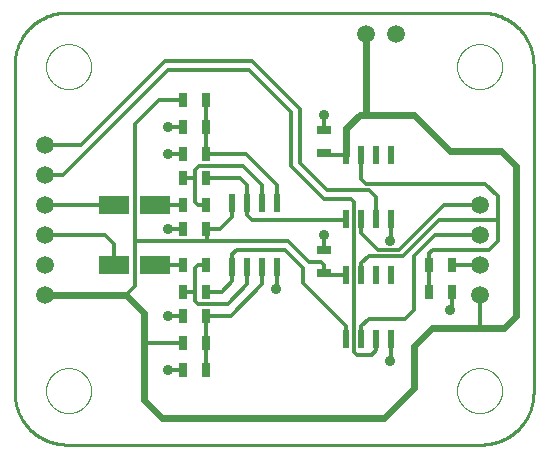
<source format=gtl>
G75*
%MOIN*%
%OFA0B0*%
%FSLAX25Y25*%
%IPPOS*%
%LPD*%
%AMOC8*
5,1,8,0,0,1.08239X$1,22.5*
%
%ADD10C,0.01000*%
%ADD11R,0.09843X0.06299*%
%ADD12R,0.02756X0.05118*%
%ADD13R,0.05118X0.02756*%
%ADD14C,0.00000*%
%ADD15C,0.05906*%
%ADD16R,0.02165X0.05906*%
%ADD17C,0.01200*%
%ADD18C,0.02400*%
%ADD19C,0.03562*%
D10*
X0019300Y0001800D02*
X0157300Y0001800D01*
X0157723Y0001805D01*
X0158145Y0001820D01*
X0158568Y0001846D01*
X0158989Y0001882D01*
X0159409Y0001928D01*
X0159829Y0001984D01*
X0160246Y0002050D01*
X0160662Y0002126D01*
X0161076Y0002212D01*
X0161488Y0002309D01*
X0161897Y0002415D01*
X0162304Y0002531D01*
X0162708Y0002657D01*
X0163108Y0002792D01*
X0163506Y0002937D01*
X0163899Y0003092D01*
X0164289Y0003256D01*
X0164675Y0003430D01*
X0165056Y0003613D01*
X0165433Y0003805D01*
X0165805Y0004006D01*
X0166172Y0004216D01*
X0166534Y0004434D01*
X0166890Y0004662D01*
X0167241Y0004898D01*
X0167586Y0005142D01*
X0167925Y0005395D01*
X0168258Y0005656D01*
X0168585Y0005924D01*
X0168905Y0006201D01*
X0169218Y0006485D01*
X0169524Y0006777D01*
X0169823Y0007076D01*
X0170115Y0007382D01*
X0170399Y0007695D01*
X0170676Y0008015D01*
X0170944Y0008342D01*
X0171205Y0008675D01*
X0171458Y0009014D01*
X0171702Y0009359D01*
X0171938Y0009710D01*
X0172166Y0010066D01*
X0172384Y0010428D01*
X0172594Y0010795D01*
X0172795Y0011167D01*
X0172987Y0011544D01*
X0173170Y0011925D01*
X0173344Y0012311D01*
X0173508Y0012701D01*
X0173663Y0013094D01*
X0173808Y0013492D01*
X0173943Y0013892D01*
X0174069Y0014296D01*
X0174185Y0014703D01*
X0174291Y0015112D01*
X0174388Y0015524D01*
X0174474Y0015938D01*
X0174550Y0016354D01*
X0174616Y0016771D01*
X0174672Y0017191D01*
X0174718Y0017611D01*
X0174754Y0018032D01*
X0174780Y0018455D01*
X0174795Y0018877D01*
X0174800Y0019300D01*
X0174800Y0128300D01*
X0174795Y0128723D01*
X0174780Y0129145D01*
X0174754Y0129568D01*
X0174718Y0129989D01*
X0174672Y0130409D01*
X0174616Y0130829D01*
X0174550Y0131246D01*
X0174474Y0131662D01*
X0174388Y0132076D01*
X0174291Y0132488D01*
X0174185Y0132897D01*
X0174069Y0133304D01*
X0173943Y0133708D01*
X0173808Y0134108D01*
X0173663Y0134506D01*
X0173508Y0134899D01*
X0173344Y0135289D01*
X0173170Y0135675D01*
X0172987Y0136056D01*
X0172795Y0136433D01*
X0172594Y0136805D01*
X0172384Y0137172D01*
X0172166Y0137534D01*
X0171938Y0137890D01*
X0171702Y0138241D01*
X0171458Y0138586D01*
X0171205Y0138925D01*
X0170944Y0139258D01*
X0170676Y0139585D01*
X0170399Y0139905D01*
X0170115Y0140218D01*
X0169823Y0140524D01*
X0169524Y0140823D01*
X0169218Y0141115D01*
X0168905Y0141399D01*
X0168585Y0141676D01*
X0168258Y0141944D01*
X0167925Y0142205D01*
X0167586Y0142458D01*
X0167241Y0142702D01*
X0166890Y0142938D01*
X0166534Y0143166D01*
X0166172Y0143384D01*
X0165805Y0143594D01*
X0165433Y0143795D01*
X0165056Y0143987D01*
X0164675Y0144170D01*
X0164289Y0144344D01*
X0163899Y0144508D01*
X0163506Y0144663D01*
X0163108Y0144808D01*
X0162708Y0144943D01*
X0162304Y0145069D01*
X0161897Y0145185D01*
X0161488Y0145291D01*
X0161076Y0145388D01*
X0160662Y0145474D01*
X0160246Y0145550D01*
X0159829Y0145616D01*
X0159409Y0145672D01*
X0158989Y0145718D01*
X0158568Y0145754D01*
X0158145Y0145780D01*
X0157723Y0145795D01*
X0157300Y0145800D01*
X0019300Y0145800D01*
X0018877Y0145795D01*
X0018455Y0145780D01*
X0018032Y0145754D01*
X0017611Y0145718D01*
X0017191Y0145672D01*
X0016771Y0145616D01*
X0016354Y0145550D01*
X0015938Y0145474D01*
X0015524Y0145388D01*
X0015112Y0145291D01*
X0014703Y0145185D01*
X0014296Y0145069D01*
X0013892Y0144943D01*
X0013492Y0144808D01*
X0013094Y0144663D01*
X0012701Y0144508D01*
X0012311Y0144344D01*
X0011925Y0144170D01*
X0011544Y0143987D01*
X0011167Y0143795D01*
X0010795Y0143594D01*
X0010428Y0143384D01*
X0010066Y0143166D01*
X0009710Y0142938D01*
X0009359Y0142702D01*
X0009014Y0142458D01*
X0008675Y0142205D01*
X0008342Y0141944D01*
X0008015Y0141676D01*
X0007695Y0141399D01*
X0007382Y0141115D01*
X0007076Y0140823D01*
X0006777Y0140524D01*
X0006485Y0140218D01*
X0006201Y0139905D01*
X0005924Y0139585D01*
X0005656Y0139258D01*
X0005395Y0138925D01*
X0005142Y0138586D01*
X0004898Y0138241D01*
X0004662Y0137890D01*
X0004434Y0137534D01*
X0004216Y0137172D01*
X0004006Y0136805D01*
X0003805Y0136433D01*
X0003613Y0136056D01*
X0003430Y0135675D01*
X0003256Y0135289D01*
X0003092Y0134899D01*
X0002937Y0134506D01*
X0002792Y0134108D01*
X0002657Y0133708D01*
X0002531Y0133304D01*
X0002415Y0132897D01*
X0002309Y0132488D01*
X0002212Y0132076D01*
X0002126Y0131662D01*
X0002050Y0131246D01*
X0001984Y0130829D01*
X0001928Y0130409D01*
X0001882Y0129989D01*
X0001846Y0129568D01*
X0001820Y0129145D01*
X0001805Y0128723D01*
X0001800Y0128300D01*
X0001800Y0019300D01*
X0001805Y0018877D01*
X0001820Y0018455D01*
X0001846Y0018032D01*
X0001882Y0017611D01*
X0001928Y0017191D01*
X0001984Y0016771D01*
X0002050Y0016354D01*
X0002126Y0015938D01*
X0002212Y0015524D01*
X0002309Y0015112D01*
X0002415Y0014703D01*
X0002531Y0014296D01*
X0002657Y0013892D01*
X0002792Y0013492D01*
X0002937Y0013094D01*
X0003092Y0012701D01*
X0003256Y0012311D01*
X0003430Y0011925D01*
X0003613Y0011544D01*
X0003805Y0011167D01*
X0004006Y0010795D01*
X0004216Y0010428D01*
X0004434Y0010066D01*
X0004662Y0009710D01*
X0004898Y0009359D01*
X0005142Y0009014D01*
X0005395Y0008675D01*
X0005656Y0008342D01*
X0005924Y0008015D01*
X0006201Y0007695D01*
X0006485Y0007382D01*
X0006777Y0007076D01*
X0007076Y0006777D01*
X0007382Y0006485D01*
X0007695Y0006201D01*
X0008015Y0005924D01*
X0008342Y0005656D01*
X0008675Y0005395D01*
X0009014Y0005142D01*
X0009359Y0004898D01*
X0009710Y0004662D01*
X0010066Y0004434D01*
X0010428Y0004216D01*
X0010795Y0004006D01*
X0011167Y0003805D01*
X0011544Y0003613D01*
X0011925Y0003430D01*
X0012311Y0003256D01*
X0012701Y0003092D01*
X0013094Y0002937D01*
X0013492Y0002792D01*
X0013892Y0002657D01*
X0014296Y0002531D01*
X0014703Y0002415D01*
X0015112Y0002309D01*
X0015524Y0002212D01*
X0015938Y0002126D01*
X0016354Y0002050D01*
X0016771Y0001984D01*
X0017191Y0001928D01*
X0017611Y0001882D01*
X0018032Y0001846D01*
X0018455Y0001820D01*
X0018877Y0001805D01*
X0019300Y0001800D01*
D11*
X0034910Y0061800D03*
X0048690Y0061800D03*
X0048690Y0081800D03*
X0034910Y0081800D03*
D12*
X0058060Y0081800D03*
X0065540Y0081800D03*
X0065540Y0073800D03*
X0058060Y0073800D03*
X0058060Y0061800D03*
X0065540Y0061800D03*
X0065540Y0052800D03*
X0058060Y0052800D03*
X0058060Y0044800D03*
X0065540Y0044800D03*
X0065540Y0035800D03*
X0058060Y0035800D03*
X0058060Y0026800D03*
X0065540Y0026800D03*
X0140060Y0052800D03*
X0147540Y0052800D03*
X0147540Y0061800D03*
X0140060Y0061800D03*
X0065540Y0090800D03*
X0058060Y0090800D03*
X0058060Y0098800D03*
X0065540Y0098800D03*
X0065540Y0107800D03*
X0058060Y0107800D03*
X0058060Y0116800D03*
X0065540Y0116800D03*
D13*
X0104800Y0106540D03*
X0104800Y0099060D03*
X0104800Y0066540D03*
X0104800Y0059060D03*
D14*
X0149300Y0019800D02*
X0149302Y0019984D01*
X0149309Y0020168D01*
X0149320Y0020352D01*
X0149336Y0020535D01*
X0149356Y0020718D01*
X0149381Y0020900D01*
X0149410Y0021082D01*
X0149444Y0021263D01*
X0149482Y0021443D01*
X0149525Y0021622D01*
X0149572Y0021800D01*
X0149623Y0021977D01*
X0149679Y0022153D01*
X0149738Y0022327D01*
X0149803Y0022499D01*
X0149871Y0022670D01*
X0149943Y0022839D01*
X0150020Y0023007D01*
X0150101Y0023172D01*
X0150186Y0023335D01*
X0150274Y0023497D01*
X0150367Y0023656D01*
X0150464Y0023812D01*
X0150564Y0023967D01*
X0150668Y0024119D01*
X0150776Y0024268D01*
X0150887Y0024414D01*
X0151002Y0024558D01*
X0151121Y0024699D01*
X0151243Y0024837D01*
X0151368Y0024972D01*
X0151497Y0025103D01*
X0151628Y0025232D01*
X0151763Y0025357D01*
X0151901Y0025479D01*
X0152042Y0025598D01*
X0152186Y0025713D01*
X0152332Y0025824D01*
X0152481Y0025932D01*
X0152633Y0026036D01*
X0152788Y0026136D01*
X0152944Y0026233D01*
X0153103Y0026326D01*
X0153265Y0026414D01*
X0153428Y0026499D01*
X0153593Y0026580D01*
X0153761Y0026657D01*
X0153930Y0026729D01*
X0154101Y0026797D01*
X0154273Y0026862D01*
X0154447Y0026921D01*
X0154623Y0026977D01*
X0154800Y0027028D01*
X0154978Y0027075D01*
X0155157Y0027118D01*
X0155337Y0027156D01*
X0155518Y0027190D01*
X0155700Y0027219D01*
X0155882Y0027244D01*
X0156065Y0027264D01*
X0156248Y0027280D01*
X0156432Y0027291D01*
X0156616Y0027298D01*
X0156800Y0027300D01*
X0156984Y0027298D01*
X0157168Y0027291D01*
X0157352Y0027280D01*
X0157535Y0027264D01*
X0157718Y0027244D01*
X0157900Y0027219D01*
X0158082Y0027190D01*
X0158263Y0027156D01*
X0158443Y0027118D01*
X0158622Y0027075D01*
X0158800Y0027028D01*
X0158977Y0026977D01*
X0159153Y0026921D01*
X0159327Y0026862D01*
X0159499Y0026797D01*
X0159670Y0026729D01*
X0159839Y0026657D01*
X0160007Y0026580D01*
X0160172Y0026499D01*
X0160335Y0026414D01*
X0160497Y0026326D01*
X0160656Y0026233D01*
X0160812Y0026136D01*
X0160967Y0026036D01*
X0161119Y0025932D01*
X0161268Y0025824D01*
X0161414Y0025713D01*
X0161558Y0025598D01*
X0161699Y0025479D01*
X0161837Y0025357D01*
X0161972Y0025232D01*
X0162103Y0025103D01*
X0162232Y0024972D01*
X0162357Y0024837D01*
X0162479Y0024699D01*
X0162598Y0024558D01*
X0162713Y0024414D01*
X0162824Y0024268D01*
X0162932Y0024119D01*
X0163036Y0023967D01*
X0163136Y0023812D01*
X0163233Y0023656D01*
X0163326Y0023497D01*
X0163414Y0023335D01*
X0163499Y0023172D01*
X0163580Y0023007D01*
X0163657Y0022839D01*
X0163729Y0022670D01*
X0163797Y0022499D01*
X0163862Y0022327D01*
X0163921Y0022153D01*
X0163977Y0021977D01*
X0164028Y0021800D01*
X0164075Y0021622D01*
X0164118Y0021443D01*
X0164156Y0021263D01*
X0164190Y0021082D01*
X0164219Y0020900D01*
X0164244Y0020718D01*
X0164264Y0020535D01*
X0164280Y0020352D01*
X0164291Y0020168D01*
X0164298Y0019984D01*
X0164300Y0019800D01*
X0164298Y0019616D01*
X0164291Y0019432D01*
X0164280Y0019248D01*
X0164264Y0019065D01*
X0164244Y0018882D01*
X0164219Y0018700D01*
X0164190Y0018518D01*
X0164156Y0018337D01*
X0164118Y0018157D01*
X0164075Y0017978D01*
X0164028Y0017800D01*
X0163977Y0017623D01*
X0163921Y0017447D01*
X0163862Y0017273D01*
X0163797Y0017101D01*
X0163729Y0016930D01*
X0163657Y0016761D01*
X0163580Y0016593D01*
X0163499Y0016428D01*
X0163414Y0016265D01*
X0163326Y0016103D01*
X0163233Y0015944D01*
X0163136Y0015788D01*
X0163036Y0015633D01*
X0162932Y0015481D01*
X0162824Y0015332D01*
X0162713Y0015186D01*
X0162598Y0015042D01*
X0162479Y0014901D01*
X0162357Y0014763D01*
X0162232Y0014628D01*
X0162103Y0014497D01*
X0161972Y0014368D01*
X0161837Y0014243D01*
X0161699Y0014121D01*
X0161558Y0014002D01*
X0161414Y0013887D01*
X0161268Y0013776D01*
X0161119Y0013668D01*
X0160967Y0013564D01*
X0160812Y0013464D01*
X0160656Y0013367D01*
X0160497Y0013274D01*
X0160335Y0013186D01*
X0160172Y0013101D01*
X0160007Y0013020D01*
X0159839Y0012943D01*
X0159670Y0012871D01*
X0159499Y0012803D01*
X0159327Y0012738D01*
X0159153Y0012679D01*
X0158977Y0012623D01*
X0158800Y0012572D01*
X0158622Y0012525D01*
X0158443Y0012482D01*
X0158263Y0012444D01*
X0158082Y0012410D01*
X0157900Y0012381D01*
X0157718Y0012356D01*
X0157535Y0012336D01*
X0157352Y0012320D01*
X0157168Y0012309D01*
X0156984Y0012302D01*
X0156800Y0012300D01*
X0156616Y0012302D01*
X0156432Y0012309D01*
X0156248Y0012320D01*
X0156065Y0012336D01*
X0155882Y0012356D01*
X0155700Y0012381D01*
X0155518Y0012410D01*
X0155337Y0012444D01*
X0155157Y0012482D01*
X0154978Y0012525D01*
X0154800Y0012572D01*
X0154623Y0012623D01*
X0154447Y0012679D01*
X0154273Y0012738D01*
X0154101Y0012803D01*
X0153930Y0012871D01*
X0153761Y0012943D01*
X0153593Y0013020D01*
X0153428Y0013101D01*
X0153265Y0013186D01*
X0153103Y0013274D01*
X0152944Y0013367D01*
X0152788Y0013464D01*
X0152633Y0013564D01*
X0152481Y0013668D01*
X0152332Y0013776D01*
X0152186Y0013887D01*
X0152042Y0014002D01*
X0151901Y0014121D01*
X0151763Y0014243D01*
X0151628Y0014368D01*
X0151497Y0014497D01*
X0151368Y0014628D01*
X0151243Y0014763D01*
X0151121Y0014901D01*
X0151002Y0015042D01*
X0150887Y0015186D01*
X0150776Y0015332D01*
X0150668Y0015481D01*
X0150564Y0015633D01*
X0150464Y0015788D01*
X0150367Y0015944D01*
X0150274Y0016103D01*
X0150186Y0016265D01*
X0150101Y0016428D01*
X0150020Y0016593D01*
X0149943Y0016761D01*
X0149871Y0016930D01*
X0149803Y0017101D01*
X0149738Y0017273D01*
X0149679Y0017447D01*
X0149623Y0017623D01*
X0149572Y0017800D01*
X0149525Y0017978D01*
X0149482Y0018157D01*
X0149444Y0018337D01*
X0149410Y0018518D01*
X0149381Y0018700D01*
X0149356Y0018882D01*
X0149336Y0019065D01*
X0149320Y0019248D01*
X0149309Y0019432D01*
X0149302Y0019616D01*
X0149300Y0019800D01*
X0149300Y0127800D02*
X0149302Y0127984D01*
X0149309Y0128168D01*
X0149320Y0128352D01*
X0149336Y0128535D01*
X0149356Y0128718D01*
X0149381Y0128900D01*
X0149410Y0129082D01*
X0149444Y0129263D01*
X0149482Y0129443D01*
X0149525Y0129622D01*
X0149572Y0129800D01*
X0149623Y0129977D01*
X0149679Y0130153D01*
X0149738Y0130327D01*
X0149803Y0130499D01*
X0149871Y0130670D01*
X0149943Y0130839D01*
X0150020Y0131007D01*
X0150101Y0131172D01*
X0150186Y0131335D01*
X0150274Y0131497D01*
X0150367Y0131656D01*
X0150464Y0131812D01*
X0150564Y0131967D01*
X0150668Y0132119D01*
X0150776Y0132268D01*
X0150887Y0132414D01*
X0151002Y0132558D01*
X0151121Y0132699D01*
X0151243Y0132837D01*
X0151368Y0132972D01*
X0151497Y0133103D01*
X0151628Y0133232D01*
X0151763Y0133357D01*
X0151901Y0133479D01*
X0152042Y0133598D01*
X0152186Y0133713D01*
X0152332Y0133824D01*
X0152481Y0133932D01*
X0152633Y0134036D01*
X0152788Y0134136D01*
X0152944Y0134233D01*
X0153103Y0134326D01*
X0153265Y0134414D01*
X0153428Y0134499D01*
X0153593Y0134580D01*
X0153761Y0134657D01*
X0153930Y0134729D01*
X0154101Y0134797D01*
X0154273Y0134862D01*
X0154447Y0134921D01*
X0154623Y0134977D01*
X0154800Y0135028D01*
X0154978Y0135075D01*
X0155157Y0135118D01*
X0155337Y0135156D01*
X0155518Y0135190D01*
X0155700Y0135219D01*
X0155882Y0135244D01*
X0156065Y0135264D01*
X0156248Y0135280D01*
X0156432Y0135291D01*
X0156616Y0135298D01*
X0156800Y0135300D01*
X0156984Y0135298D01*
X0157168Y0135291D01*
X0157352Y0135280D01*
X0157535Y0135264D01*
X0157718Y0135244D01*
X0157900Y0135219D01*
X0158082Y0135190D01*
X0158263Y0135156D01*
X0158443Y0135118D01*
X0158622Y0135075D01*
X0158800Y0135028D01*
X0158977Y0134977D01*
X0159153Y0134921D01*
X0159327Y0134862D01*
X0159499Y0134797D01*
X0159670Y0134729D01*
X0159839Y0134657D01*
X0160007Y0134580D01*
X0160172Y0134499D01*
X0160335Y0134414D01*
X0160497Y0134326D01*
X0160656Y0134233D01*
X0160812Y0134136D01*
X0160967Y0134036D01*
X0161119Y0133932D01*
X0161268Y0133824D01*
X0161414Y0133713D01*
X0161558Y0133598D01*
X0161699Y0133479D01*
X0161837Y0133357D01*
X0161972Y0133232D01*
X0162103Y0133103D01*
X0162232Y0132972D01*
X0162357Y0132837D01*
X0162479Y0132699D01*
X0162598Y0132558D01*
X0162713Y0132414D01*
X0162824Y0132268D01*
X0162932Y0132119D01*
X0163036Y0131967D01*
X0163136Y0131812D01*
X0163233Y0131656D01*
X0163326Y0131497D01*
X0163414Y0131335D01*
X0163499Y0131172D01*
X0163580Y0131007D01*
X0163657Y0130839D01*
X0163729Y0130670D01*
X0163797Y0130499D01*
X0163862Y0130327D01*
X0163921Y0130153D01*
X0163977Y0129977D01*
X0164028Y0129800D01*
X0164075Y0129622D01*
X0164118Y0129443D01*
X0164156Y0129263D01*
X0164190Y0129082D01*
X0164219Y0128900D01*
X0164244Y0128718D01*
X0164264Y0128535D01*
X0164280Y0128352D01*
X0164291Y0128168D01*
X0164298Y0127984D01*
X0164300Y0127800D01*
X0164298Y0127616D01*
X0164291Y0127432D01*
X0164280Y0127248D01*
X0164264Y0127065D01*
X0164244Y0126882D01*
X0164219Y0126700D01*
X0164190Y0126518D01*
X0164156Y0126337D01*
X0164118Y0126157D01*
X0164075Y0125978D01*
X0164028Y0125800D01*
X0163977Y0125623D01*
X0163921Y0125447D01*
X0163862Y0125273D01*
X0163797Y0125101D01*
X0163729Y0124930D01*
X0163657Y0124761D01*
X0163580Y0124593D01*
X0163499Y0124428D01*
X0163414Y0124265D01*
X0163326Y0124103D01*
X0163233Y0123944D01*
X0163136Y0123788D01*
X0163036Y0123633D01*
X0162932Y0123481D01*
X0162824Y0123332D01*
X0162713Y0123186D01*
X0162598Y0123042D01*
X0162479Y0122901D01*
X0162357Y0122763D01*
X0162232Y0122628D01*
X0162103Y0122497D01*
X0161972Y0122368D01*
X0161837Y0122243D01*
X0161699Y0122121D01*
X0161558Y0122002D01*
X0161414Y0121887D01*
X0161268Y0121776D01*
X0161119Y0121668D01*
X0160967Y0121564D01*
X0160812Y0121464D01*
X0160656Y0121367D01*
X0160497Y0121274D01*
X0160335Y0121186D01*
X0160172Y0121101D01*
X0160007Y0121020D01*
X0159839Y0120943D01*
X0159670Y0120871D01*
X0159499Y0120803D01*
X0159327Y0120738D01*
X0159153Y0120679D01*
X0158977Y0120623D01*
X0158800Y0120572D01*
X0158622Y0120525D01*
X0158443Y0120482D01*
X0158263Y0120444D01*
X0158082Y0120410D01*
X0157900Y0120381D01*
X0157718Y0120356D01*
X0157535Y0120336D01*
X0157352Y0120320D01*
X0157168Y0120309D01*
X0156984Y0120302D01*
X0156800Y0120300D01*
X0156616Y0120302D01*
X0156432Y0120309D01*
X0156248Y0120320D01*
X0156065Y0120336D01*
X0155882Y0120356D01*
X0155700Y0120381D01*
X0155518Y0120410D01*
X0155337Y0120444D01*
X0155157Y0120482D01*
X0154978Y0120525D01*
X0154800Y0120572D01*
X0154623Y0120623D01*
X0154447Y0120679D01*
X0154273Y0120738D01*
X0154101Y0120803D01*
X0153930Y0120871D01*
X0153761Y0120943D01*
X0153593Y0121020D01*
X0153428Y0121101D01*
X0153265Y0121186D01*
X0153103Y0121274D01*
X0152944Y0121367D01*
X0152788Y0121464D01*
X0152633Y0121564D01*
X0152481Y0121668D01*
X0152332Y0121776D01*
X0152186Y0121887D01*
X0152042Y0122002D01*
X0151901Y0122121D01*
X0151763Y0122243D01*
X0151628Y0122368D01*
X0151497Y0122497D01*
X0151368Y0122628D01*
X0151243Y0122763D01*
X0151121Y0122901D01*
X0151002Y0123042D01*
X0150887Y0123186D01*
X0150776Y0123332D01*
X0150668Y0123481D01*
X0150564Y0123633D01*
X0150464Y0123788D01*
X0150367Y0123944D01*
X0150274Y0124103D01*
X0150186Y0124265D01*
X0150101Y0124428D01*
X0150020Y0124593D01*
X0149943Y0124761D01*
X0149871Y0124930D01*
X0149803Y0125101D01*
X0149738Y0125273D01*
X0149679Y0125447D01*
X0149623Y0125623D01*
X0149572Y0125800D01*
X0149525Y0125978D01*
X0149482Y0126157D01*
X0149444Y0126337D01*
X0149410Y0126518D01*
X0149381Y0126700D01*
X0149356Y0126882D01*
X0149336Y0127065D01*
X0149320Y0127248D01*
X0149309Y0127432D01*
X0149302Y0127616D01*
X0149300Y0127800D01*
X0012300Y0127800D02*
X0012302Y0127984D01*
X0012309Y0128168D01*
X0012320Y0128352D01*
X0012336Y0128535D01*
X0012356Y0128718D01*
X0012381Y0128900D01*
X0012410Y0129082D01*
X0012444Y0129263D01*
X0012482Y0129443D01*
X0012525Y0129622D01*
X0012572Y0129800D01*
X0012623Y0129977D01*
X0012679Y0130153D01*
X0012738Y0130327D01*
X0012803Y0130499D01*
X0012871Y0130670D01*
X0012943Y0130839D01*
X0013020Y0131007D01*
X0013101Y0131172D01*
X0013186Y0131335D01*
X0013274Y0131497D01*
X0013367Y0131656D01*
X0013464Y0131812D01*
X0013564Y0131967D01*
X0013668Y0132119D01*
X0013776Y0132268D01*
X0013887Y0132414D01*
X0014002Y0132558D01*
X0014121Y0132699D01*
X0014243Y0132837D01*
X0014368Y0132972D01*
X0014497Y0133103D01*
X0014628Y0133232D01*
X0014763Y0133357D01*
X0014901Y0133479D01*
X0015042Y0133598D01*
X0015186Y0133713D01*
X0015332Y0133824D01*
X0015481Y0133932D01*
X0015633Y0134036D01*
X0015788Y0134136D01*
X0015944Y0134233D01*
X0016103Y0134326D01*
X0016265Y0134414D01*
X0016428Y0134499D01*
X0016593Y0134580D01*
X0016761Y0134657D01*
X0016930Y0134729D01*
X0017101Y0134797D01*
X0017273Y0134862D01*
X0017447Y0134921D01*
X0017623Y0134977D01*
X0017800Y0135028D01*
X0017978Y0135075D01*
X0018157Y0135118D01*
X0018337Y0135156D01*
X0018518Y0135190D01*
X0018700Y0135219D01*
X0018882Y0135244D01*
X0019065Y0135264D01*
X0019248Y0135280D01*
X0019432Y0135291D01*
X0019616Y0135298D01*
X0019800Y0135300D01*
X0019984Y0135298D01*
X0020168Y0135291D01*
X0020352Y0135280D01*
X0020535Y0135264D01*
X0020718Y0135244D01*
X0020900Y0135219D01*
X0021082Y0135190D01*
X0021263Y0135156D01*
X0021443Y0135118D01*
X0021622Y0135075D01*
X0021800Y0135028D01*
X0021977Y0134977D01*
X0022153Y0134921D01*
X0022327Y0134862D01*
X0022499Y0134797D01*
X0022670Y0134729D01*
X0022839Y0134657D01*
X0023007Y0134580D01*
X0023172Y0134499D01*
X0023335Y0134414D01*
X0023497Y0134326D01*
X0023656Y0134233D01*
X0023812Y0134136D01*
X0023967Y0134036D01*
X0024119Y0133932D01*
X0024268Y0133824D01*
X0024414Y0133713D01*
X0024558Y0133598D01*
X0024699Y0133479D01*
X0024837Y0133357D01*
X0024972Y0133232D01*
X0025103Y0133103D01*
X0025232Y0132972D01*
X0025357Y0132837D01*
X0025479Y0132699D01*
X0025598Y0132558D01*
X0025713Y0132414D01*
X0025824Y0132268D01*
X0025932Y0132119D01*
X0026036Y0131967D01*
X0026136Y0131812D01*
X0026233Y0131656D01*
X0026326Y0131497D01*
X0026414Y0131335D01*
X0026499Y0131172D01*
X0026580Y0131007D01*
X0026657Y0130839D01*
X0026729Y0130670D01*
X0026797Y0130499D01*
X0026862Y0130327D01*
X0026921Y0130153D01*
X0026977Y0129977D01*
X0027028Y0129800D01*
X0027075Y0129622D01*
X0027118Y0129443D01*
X0027156Y0129263D01*
X0027190Y0129082D01*
X0027219Y0128900D01*
X0027244Y0128718D01*
X0027264Y0128535D01*
X0027280Y0128352D01*
X0027291Y0128168D01*
X0027298Y0127984D01*
X0027300Y0127800D01*
X0027298Y0127616D01*
X0027291Y0127432D01*
X0027280Y0127248D01*
X0027264Y0127065D01*
X0027244Y0126882D01*
X0027219Y0126700D01*
X0027190Y0126518D01*
X0027156Y0126337D01*
X0027118Y0126157D01*
X0027075Y0125978D01*
X0027028Y0125800D01*
X0026977Y0125623D01*
X0026921Y0125447D01*
X0026862Y0125273D01*
X0026797Y0125101D01*
X0026729Y0124930D01*
X0026657Y0124761D01*
X0026580Y0124593D01*
X0026499Y0124428D01*
X0026414Y0124265D01*
X0026326Y0124103D01*
X0026233Y0123944D01*
X0026136Y0123788D01*
X0026036Y0123633D01*
X0025932Y0123481D01*
X0025824Y0123332D01*
X0025713Y0123186D01*
X0025598Y0123042D01*
X0025479Y0122901D01*
X0025357Y0122763D01*
X0025232Y0122628D01*
X0025103Y0122497D01*
X0024972Y0122368D01*
X0024837Y0122243D01*
X0024699Y0122121D01*
X0024558Y0122002D01*
X0024414Y0121887D01*
X0024268Y0121776D01*
X0024119Y0121668D01*
X0023967Y0121564D01*
X0023812Y0121464D01*
X0023656Y0121367D01*
X0023497Y0121274D01*
X0023335Y0121186D01*
X0023172Y0121101D01*
X0023007Y0121020D01*
X0022839Y0120943D01*
X0022670Y0120871D01*
X0022499Y0120803D01*
X0022327Y0120738D01*
X0022153Y0120679D01*
X0021977Y0120623D01*
X0021800Y0120572D01*
X0021622Y0120525D01*
X0021443Y0120482D01*
X0021263Y0120444D01*
X0021082Y0120410D01*
X0020900Y0120381D01*
X0020718Y0120356D01*
X0020535Y0120336D01*
X0020352Y0120320D01*
X0020168Y0120309D01*
X0019984Y0120302D01*
X0019800Y0120300D01*
X0019616Y0120302D01*
X0019432Y0120309D01*
X0019248Y0120320D01*
X0019065Y0120336D01*
X0018882Y0120356D01*
X0018700Y0120381D01*
X0018518Y0120410D01*
X0018337Y0120444D01*
X0018157Y0120482D01*
X0017978Y0120525D01*
X0017800Y0120572D01*
X0017623Y0120623D01*
X0017447Y0120679D01*
X0017273Y0120738D01*
X0017101Y0120803D01*
X0016930Y0120871D01*
X0016761Y0120943D01*
X0016593Y0121020D01*
X0016428Y0121101D01*
X0016265Y0121186D01*
X0016103Y0121274D01*
X0015944Y0121367D01*
X0015788Y0121464D01*
X0015633Y0121564D01*
X0015481Y0121668D01*
X0015332Y0121776D01*
X0015186Y0121887D01*
X0015042Y0122002D01*
X0014901Y0122121D01*
X0014763Y0122243D01*
X0014628Y0122368D01*
X0014497Y0122497D01*
X0014368Y0122628D01*
X0014243Y0122763D01*
X0014121Y0122901D01*
X0014002Y0123042D01*
X0013887Y0123186D01*
X0013776Y0123332D01*
X0013668Y0123481D01*
X0013564Y0123633D01*
X0013464Y0123788D01*
X0013367Y0123944D01*
X0013274Y0124103D01*
X0013186Y0124265D01*
X0013101Y0124428D01*
X0013020Y0124593D01*
X0012943Y0124761D01*
X0012871Y0124930D01*
X0012803Y0125101D01*
X0012738Y0125273D01*
X0012679Y0125447D01*
X0012623Y0125623D01*
X0012572Y0125800D01*
X0012525Y0125978D01*
X0012482Y0126157D01*
X0012444Y0126337D01*
X0012410Y0126518D01*
X0012381Y0126700D01*
X0012356Y0126882D01*
X0012336Y0127065D01*
X0012320Y0127248D01*
X0012309Y0127432D01*
X0012302Y0127616D01*
X0012300Y0127800D01*
X0012300Y0019800D02*
X0012302Y0019984D01*
X0012309Y0020168D01*
X0012320Y0020352D01*
X0012336Y0020535D01*
X0012356Y0020718D01*
X0012381Y0020900D01*
X0012410Y0021082D01*
X0012444Y0021263D01*
X0012482Y0021443D01*
X0012525Y0021622D01*
X0012572Y0021800D01*
X0012623Y0021977D01*
X0012679Y0022153D01*
X0012738Y0022327D01*
X0012803Y0022499D01*
X0012871Y0022670D01*
X0012943Y0022839D01*
X0013020Y0023007D01*
X0013101Y0023172D01*
X0013186Y0023335D01*
X0013274Y0023497D01*
X0013367Y0023656D01*
X0013464Y0023812D01*
X0013564Y0023967D01*
X0013668Y0024119D01*
X0013776Y0024268D01*
X0013887Y0024414D01*
X0014002Y0024558D01*
X0014121Y0024699D01*
X0014243Y0024837D01*
X0014368Y0024972D01*
X0014497Y0025103D01*
X0014628Y0025232D01*
X0014763Y0025357D01*
X0014901Y0025479D01*
X0015042Y0025598D01*
X0015186Y0025713D01*
X0015332Y0025824D01*
X0015481Y0025932D01*
X0015633Y0026036D01*
X0015788Y0026136D01*
X0015944Y0026233D01*
X0016103Y0026326D01*
X0016265Y0026414D01*
X0016428Y0026499D01*
X0016593Y0026580D01*
X0016761Y0026657D01*
X0016930Y0026729D01*
X0017101Y0026797D01*
X0017273Y0026862D01*
X0017447Y0026921D01*
X0017623Y0026977D01*
X0017800Y0027028D01*
X0017978Y0027075D01*
X0018157Y0027118D01*
X0018337Y0027156D01*
X0018518Y0027190D01*
X0018700Y0027219D01*
X0018882Y0027244D01*
X0019065Y0027264D01*
X0019248Y0027280D01*
X0019432Y0027291D01*
X0019616Y0027298D01*
X0019800Y0027300D01*
X0019984Y0027298D01*
X0020168Y0027291D01*
X0020352Y0027280D01*
X0020535Y0027264D01*
X0020718Y0027244D01*
X0020900Y0027219D01*
X0021082Y0027190D01*
X0021263Y0027156D01*
X0021443Y0027118D01*
X0021622Y0027075D01*
X0021800Y0027028D01*
X0021977Y0026977D01*
X0022153Y0026921D01*
X0022327Y0026862D01*
X0022499Y0026797D01*
X0022670Y0026729D01*
X0022839Y0026657D01*
X0023007Y0026580D01*
X0023172Y0026499D01*
X0023335Y0026414D01*
X0023497Y0026326D01*
X0023656Y0026233D01*
X0023812Y0026136D01*
X0023967Y0026036D01*
X0024119Y0025932D01*
X0024268Y0025824D01*
X0024414Y0025713D01*
X0024558Y0025598D01*
X0024699Y0025479D01*
X0024837Y0025357D01*
X0024972Y0025232D01*
X0025103Y0025103D01*
X0025232Y0024972D01*
X0025357Y0024837D01*
X0025479Y0024699D01*
X0025598Y0024558D01*
X0025713Y0024414D01*
X0025824Y0024268D01*
X0025932Y0024119D01*
X0026036Y0023967D01*
X0026136Y0023812D01*
X0026233Y0023656D01*
X0026326Y0023497D01*
X0026414Y0023335D01*
X0026499Y0023172D01*
X0026580Y0023007D01*
X0026657Y0022839D01*
X0026729Y0022670D01*
X0026797Y0022499D01*
X0026862Y0022327D01*
X0026921Y0022153D01*
X0026977Y0021977D01*
X0027028Y0021800D01*
X0027075Y0021622D01*
X0027118Y0021443D01*
X0027156Y0021263D01*
X0027190Y0021082D01*
X0027219Y0020900D01*
X0027244Y0020718D01*
X0027264Y0020535D01*
X0027280Y0020352D01*
X0027291Y0020168D01*
X0027298Y0019984D01*
X0027300Y0019800D01*
X0027298Y0019616D01*
X0027291Y0019432D01*
X0027280Y0019248D01*
X0027264Y0019065D01*
X0027244Y0018882D01*
X0027219Y0018700D01*
X0027190Y0018518D01*
X0027156Y0018337D01*
X0027118Y0018157D01*
X0027075Y0017978D01*
X0027028Y0017800D01*
X0026977Y0017623D01*
X0026921Y0017447D01*
X0026862Y0017273D01*
X0026797Y0017101D01*
X0026729Y0016930D01*
X0026657Y0016761D01*
X0026580Y0016593D01*
X0026499Y0016428D01*
X0026414Y0016265D01*
X0026326Y0016103D01*
X0026233Y0015944D01*
X0026136Y0015788D01*
X0026036Y0015633D01*
X0025932Y0015481D01*
X0025824Y0015332D01*
X0025713Y0015186D01*
X0025598Y0015042D01*
X0025479Y0014901D01*
X0025357Y0014763D01*
X0025232Y0014628D01*
X0025103Y0014497D01*
X0024972Y0014368D01*
X0024837Y0014243D01*
X0024699Y0014121D01*
X0024558Y0014002D01*
X0024414Y0013887D01*
X0024268Y0013776D01*
X0024119Y0013668D01*
X0023967Y0013564D01*
X0023812Y0013464D01*
X0023656Y0013367D01*
X0023497Y0013274D01*
X0023335Y0013186D01*
X0023172Y0013101D01*
X0023007Y0013020D01*
X0022839Y0012943D01*
X0022670Y0012871D01*
X0022499Y0012803D01*
X0022327Y0012738D01*
X0022153Y0012679D01*
X0021977Y0012623D01*
X0021800Y0012572D01*
X0021622Y0012525D01*
X0021443Y0012482D01*
X0021263Y0012444D01*
X0021082Y0012410D01*
X0020900Y0012381D01*
X0020718Y0012356D01*
X0020535Y0012336D01*
X0020352Y0012320D01*
X0020168Y0012309D01*
X0019984Y0012302D01*
X0019800Y0012300D01*
X0019616Y0012302D01*
X0019432Y0012309D01*
X0019248Y0012320D01*
X0019065Y0012336D01*
X0018882Y0012356D01*
X0018700Y0012381D01*
X0018518Y0012410D01*
X0018337Y0012444D01*
X0018157Y0012482D01*
X0017978Y0012525D01*
X0017800Y0012572D01*
X0017623Y0012623D01*
X0017447Y0012679D01*
X0017273Y0012738D01*
X0017101Y0012803D01*
X0016930Y0012871D01*
X0016761Y0012943D01*
X0016593Y0013020D01*
X0016428Y0013101D01*
X0016265Y0013186D01*
X0016103Y0013274D01*
X0015944Y0013367D01*
X0015788Y0013464D01*
X0015633Y0013564D01*
X0015481Y0013668D01*
X0015332Y0013776D01*
X0015186Y0013887D01*
X0015042Y0014002D01*
X0014901Y0014121D01*
X0014763Y0014243D01*
X0014628Y0014368D01*
X0014497Y0014497D01*
X0014368Y0014628D01*
X0014243Y0014763D01*
X0014121Y0014901D01*
X0014002Y0015042D01*
X0013887Y0015186D01*
X0013776Y0015332D01*
X0013668Y0015481D01*
X0013564Y0015633D01*
X0013464Y0015788D01*
X0013367Y0015944D01*
X0013274Y0016103D01*
X0013186Y0016265D01*
X0013101Y0016428D01*
X0013020Y0016593D01*
X0012943Y0016761D01*
X0012871Y0016930D01*
X0012803Y0017101D01*
X0012738Y0017273D01*
X0012679Y0017447D01*
X0012623Y0017623D01*
X0012572Y0017800D01*
X0012525Y0017978D01*
X0012482Y0018157D01*
X0012444Y0018337D01*
X0012410Y0018518D01*
X0012381Y0018700D01*
X0012356Y0018882D01*
X0012336Y0019065D01*
X0012320Y0019248D01*
X0012309Y0019432D01*
X0012302Y0019616D01*
X0012300Y0019800D01*
D15*
X0011800Y0051800D03*
X0011800Y0061800D03*
X0011800Y0071800D03*
X0011800Y0081800D03*
X0011800Y0091800D03*
X0011800Y0101800D03*
X0118800Y0138800D03*
X0128800Y0138800D03*
X0156800Y0081800D03*
X0156800Y0071800D03*
X0156800Y0061800D03*
X0156800Y0051800D03*
D16*
X0127300Y0058430D03*
X0122300Y0058430D03*
X0117300Y0058430D03*
X0112300Y0058430D03*
X0112300Y0077170D03*
X0117300Y0077170D03*
X0122300Y0077170D03*
X0127300Y0077170D03*
X0127300Y0098430D03*
X0122300Y0098430D03*
X0117300Y0098430D03*
X0112300Y0098430D03*
X0089300Y0082430D03*
X0084300Y0082430D03*
X0079300Y0082430D03*
X0074300Y0082430D03*
X0074300Y0061170D03*
X0079300Y0061170D03*
X0084300Y0061170D03*
X0089300Y0061170D03*
X0112300Y0037170D03*
X0117300Y0037170D03*
X0122300Y0037170D03*
X0127300Y0037170D03*
D17*
X0127300Y0030300D01*
X0126800Y0029800D01*
X0122300Y0033300D02*
X0122300Y0037170D01*
X0122300Y0033300D02*
X0120800Y0031800D01*
X0115800Y0031800D01*
X0114800Y0032800D01*
X0114800Y0082800D01*
X0113800Y0083800D01*
X0104800Y0083800D01*
X0093800Y0094800D01*
X0093800Y0112800D01*
X0079800Y0126800D01*
X0052800Y0126800D01*
X0017800Y0091800D01*
X0011800Y0091800D01*
X0011800Y0101800D02*
X0023800Y0101800D01*
X0051800Y0129800D01*
X0080800Y0129800D01*
X0096800Y0113800D01*
X0096800Y0095800D01*
X0105800Y0086800D01*
X0119800Y0086800D01*
X0122300Y0084300D01*
X0122300Y0077170D01*
X0117300Y0077170D02*
X0117300Y0072300D01*
X0122800Y0066800D01*
X0129800Y0066800D01*
X0144800Y0081800D01*
X0156800Y0081800D01*
X0162800Y0084557D02*
X0162800Y0076800D01*
X0162800Y0069800D01*
X0159800Y0066800D01*
X0141304Y0066800D01*
X0140060Y0065556D01*
X0140060Y0061800D01*
X0140060Y0052800D01*
X0147540Y0052800D02*
X0147540Y0047540D01*
X0146800Y0046800D01*
X0156800Y0051800D02*
X0156800Y0040800D01*
X0134800Y0046800D02*
X0134800Y0064589D01*
X0142011Y0071800D01*
X0156800Y0071800D01*
X0162800Y0076800D02*
X0143194Y0076800D01*
X0131194Y0064800D01*
X0119800Y0064800D01*
X0117300Y0062300D01*
X0117300Y0058430D01*
X0112300Y0058430D02*
X0105170Y0058430D01*
X0104800Y0058800D01*
X0104800Y0058430D01*
X0112300Y0058430D01*
X0104800Y0058800D02*
X0104800Y0059060D01*
X0104800Y0061800D01*
X0103800Y0062800D01*
X0099800Y0062800D01*
X0092800Y0069800D01*
X0065800Y0069800D01*
X0065800Y0073800D01*
X0065540Y0073800D01*
X0065800Y0073800D02*
X0070269Y0073800D01*
X0074300Y0077831D01*
X0074300Y0082430D01*
X0079300Y0082430D02*
X0079300Y0078300D01*
X0080800Y0076800D01*
X0111930Y0076800D01*
X0112300Y0077170D01*
X0104800Y0071800D02*
X0104800Y0066540D01*
X0097800Y0060800D02*
X0097800Y0055800D01*
X0112300Y0041300D01*
X0112300Y0037170D01*
X0117300Y0037170D02*
X0117300Y0041300D01*
X0119800Y0043800D01*
X0131800Y0043800D01*
X0134800Y0046800D01*
X0147540Y0061800D02*
X0156800Y0061800D01*
X0162800Y0084557D02*
X0158557Y0088800D01*
X0118800Y0088800D01*
X0117300Y0090300D01*
X0117300Y0098430D01*
X0112300Y0098430D02*
X0104800Y0098430D01*
X0104800Y0099060D01*
X0104800Y0106540D02*
X0104800Y0111800D01*
X0089300Y0088300D02*
X0078800Y0098800D01*
X0065540Y0098800D01*
X0065540Y0107800D01*
X0065540Y0116800D01*
X0058060Y0116800D02*
X0049800Y0116800D01*
X0041800Y0108800D01*
X0041800Y0069800D01*
X0041800Y0054800D01*
X0038800Y0051800D01*
X0034910Y0061800D02*
X0034800Y0061910D01*
X0034800Y0068800D01*
X0031800Y0071800D01*
X0011800Y0071800D01*
X0011800Y0081800D02*
X0034910Y0081800D01*
X0048690Y0081800D02*
X0058060Y0081800D01*
X0061800Y0082800D02*
X0062800Y0081800D01*
X0065540Y0081800D01*
X0061800Y0082800D02*
X0061800Y0090800D01*
X0061800Y0093386D01*
X0063214Y0094800D01*
X0077800Y0094800D01*
X0084300Y0088300D01*
X0084300Y0082430D01*
X0079300Y0082430D02*
X0079300Y0088300D01*
X0076800Y0090800D01*
X0065540Y0090800D01*
X0061800Y0090800D02*
X0058060Y0090800D01*
X0058060Y0098800D02*
X0052800Y0098800D01*
X0052800Y0107800D02*
X0058060Y0107800D01*
X0089300Y0088300D02*
X0089300Y0082430D01*
X0091800Y0066800D02*
X0075800Y0066800D01*
X0074300Y0065300D01*
X0074300Y0061170D01*
X0074300Y0056300D01*
X0070800Y0052800D01*
X0065540Y0052800D01*
X0061800Y0049800D02*
X0062800Y0048800D01*
X0072800Y0048800D01*
X0079300Y0055300D01*
X0079300Y0061170D01*
X0084300Y0061170D02*
X0084300Y0055300D01*
X0073800Y0044800D01*
X0065540Y0044800D01*
X0065540Y0035800D01*
X0065540Y0026800D01*
X0058060Y0026800D02*
X0052800Y0026800D01*
X0058060Y0035800D02*
X0044800Y0035800D01*
X0052800Y0044800D02*
X0058060Y0044800D01*
X0061800Y0049800D02*
X0061800Y0052800D01*
X0058060Y0052800D01*
X0061800Y0052800D02*
X0061800Y0060800D01*
X0062800Y0061800D01*
X0065540Y0061800D01*
X0058060Y0061800D02*
X0048690Y0061800D01*
X0041800Y0069800D02*
X0065800Y0069800D01*
X0058060Y0073800D02*
X0052800Y0073800D01*
X0089300Y0061170D02*
X0089300Y0054300D01*
X0088800Y0053800D01*
X0097800Y0060800D02*
X0091800Y0066800D01*
X0126800Y0069800D02*
X0127300Y0070300D01*
X0127300Y0077170D01*
D18*
X0112300Y0098430D02*
X0112300Y0107300D01*
X0116800Y0111800D01*
X0118800Y0111800D01*
X0124800Y0111800D01*
X0134800Y0111800D01*
X0146800Y0099800D01*
X0163800Y0099800D01*
X0168800Y0094800D01*
X0168800Y0044800D01*
X0164800Y0040800D01*
X0156800Y0040800D01*
X0140800Y0040800D01*
X0134800Y0034800D01*
X0134800Y0020800D01*
X0124800Y0010800D01*
X0050800Y0010800D01*
X0044800Y0016800D01*
X0044800Y0035800D01*
X0044800Y0045800D01*
X0038800Y0051800D01*
X0011800Y0051800D01*
X0118800Y0111800D02*
X0118800Y0138800D01*
D19*
X0104800Y0111800D03*
X0104800Y0071800D03*
X0126800Y0069800D03*
X0146800Y0046800D03*
X0126800Y0029800D03*
X0088800Y0053800D03*
X0052800Y0044800D03*
X0052800Y0026800D03*
X0052800Y0073800D03*
X0052800Y0098800D03*
X0052800Y0107800D03*
M02*

</source>
